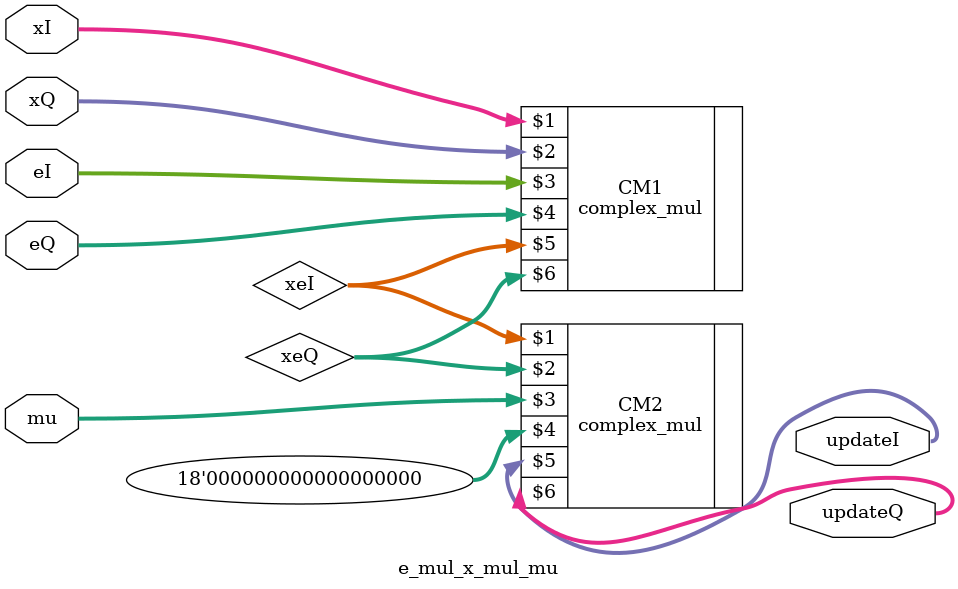
<source format=v>
`timescale 1ns / 1ps


module e_mul_x_mul_mu(mu, xI, xQ, eI, eQ, updateI, updateQ);
    input [17:0] mu;
    input signed [17:0] xI, xQ, eI, eQ;
    output signed [17:0] updateI, updateQ;
    wire [17:0] xeI, xeQ;
    complex_mul CM1(xI, xQ, eI, eQ, xeI, xeQ);
    complex_mul CM2(xeI, xeQ, mu, 18'd0, updateI, updateQ);        
endmodule

</source>
